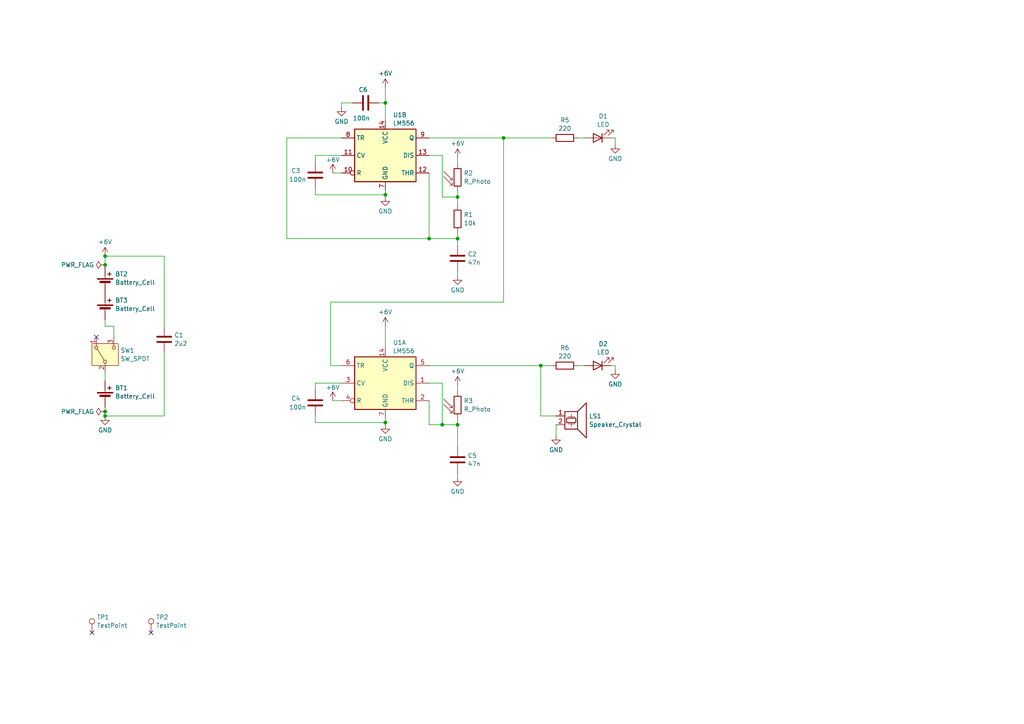
<source format=kicad_sch>
(kicad_sch (version 20230121) (generator eeschema)
  (paper "A4")
  (title_block (title "Enderman / Atari Punk Console / Theremin") (date "2025-03-05") (rev "0.2") (company "Reywas Engineering"))
  (lib_symbols
    (symbol "Connector:TestPoint" (pin_numbers hide) (pin_names (offset 0.762) hide)
      (property "Reference" "TP" (at 0 6.858 0))
      (property "Value" "TestPoint" (at 0 5.08 0))
      (symbol "TestPoint_0_1"
        (circle (center 0 3.302) (radius 0.762))
      )
      (symbol "TestPoint_1_1"
        (pin passive line (at 0 0 90) (length 2.54) (name "1") (number "1"))
      )
    )
    (symbol "Device:Battery_Cell" (pin_numbers hide) (pin_names (offset 0) hide)
      (property "Reference" "BT" (at 2.54 2.54 0))
      (property "Value" "Battery_Cell" (at 2.54 0 0))
      (symbol "Battery_Cell_0_1"
        (rectangle (start -2.286 1.778) (end 2.286 1.524) (fill (type outline)))
        (rectangle (start -1.524 1.016) (end 1.524 0.508) (fill (type outline)))
        (polyline (pts (xy 0 0.762) (xy 0 0)))
        (polyline (pts (xy 0 1.778) (xy 0 2.54)))
        (polyline (pts (xy 0.762 3.048) (xy 1.778 3.048)) (stroke (width 0.254)))
        (polyline (pts (xy 1.27 3.556) (xy 1.27 2.54)) (stroke (width 0.254)))
      )
      (symbol "Battery_Cell_1_1"
        (pin passive line (at 0 5.08 270) (length 2.54) (name "+") (number "1"))
        (pin passive line (at 0 -2.54 90) (length 2.54) (name "-") (number "2"))
      )
    )
    (symbol "Device:C" (pin_numbers hide) (pin_names (offset 0.254))
      (property "Reference" "C" (at 0.635 2.54 0))
      (property "Value" "C" (at 0.635 -2.54 0))
      (symbol "C_0_1"
        (polyline (pts (xy -2.032 -0.762) (xy 2.032 -0.762)) (stroke (width 0.508)))
        (polyline (pts (xy -2.032 0.762) (xy 2.032 0.762)) (stroke (width 0.508)))
      )
      (symbol "C_1_1"
        (pin passive line (at 0 3.81 270) (length 2.794) (name "~") (number "1"))
        (pin passive line (at 0 -3.81 90) (length 2.794) (name "~") (number "2"))
      )
    )
    (symbol "Device:LED" (pin_numbers hide) (pin_names (offset 1.016) hide)
      (property "Reference" "D" (at 0 2.54 0))
      (property "Value" "LED" (at 0 -2.54 0))
      (symbol "LED_0_1"
        (polyline (pts (xy -1.27 -1.27) (xy -1.27 1.27)) (stroke (width 0.254)))
        (polyline (pts (xy -1.27 0) (xy 1.27 0)))
        (polyline (pts (xy 1.27 -1.27) (xy 1.27 1.27) (xy -1.27 0) (xy 1.27 -1.27)) (stroke (width 0.254)))
        (polyline (pts (xy -3.048 -0.762) (xy -4.572 -2.286) (xy -3.81 -2.286) (xy -4.572 -2.286) (xy -4.572 -1.524)))
        (polyline (pts (xy -1.778 -0.762) (xy -3.302 -2.286) (xy -2.54 -2.286) (xy -3.302 -2.286) (xy -3.302 -1.524)))
      )
      (symbol "LED_1_1"
        (pin passive line (at -3.81 0 0) (length 2.54) (name "K") (number "1"))
        (pin passive line (at 3.81 0 180) (length 2.54) (name "A") (number "2"))
      )
    )
    (symbol "Device:R" (pin_numbers hide) (pin_names (offset 0))
      (property "Reference" "R" (at 2.032 0 90))
      (property "Value" "R" (at 0 0 90))
      (symbol "R_0_1"
        (rectangle (start -1.016 -2.54) (end 1.016 2.54) (stroke (width 0.254)))
      )
      (symbol "R_1_1"
        (pin passive line (at 0 3.81 270) (length 1.27) (name "~") (number "1"))
        (pin passive line (at 0 -3.81 90) (length 1.27) (name "~") (number "2"))
      )
    )
    (symbol "Device:R_Photo" (pin_numbers hide) (pin_names (offset 0))
      (property "Reference" "R" (at 1.27 1.27 0))
      (property "Value" "R_Photo" (at 1.27 0 0))
      (symbol "R_Photo_0_1"
        (rectangle (start -1.016 2.54) (end 1.016 -2.54) (stroke (width 0.254)))
        (polyline (pts (xy -1.524 -2.286) (xy -4.064 0.254)))
        (polyline (pts (xy -1.524 -2.286) (xy -2.286 -2.286)))
        (polyline (pts (xy -1.524 -2.286) (xy -1.524 -1.524)))
        (polyline (pts (xy -1.524 -0.762) (xy -4.064 1.778)))
        (polyline (pts (xy -1.524 -0.762) (xy -2.286 -0.762)))
        (polyline (pts (xy -1.524 -0.762) (xy -1.524 0)))
      )
      (symbol "R_Photo_1_1"
        (pin passive line (at 0 3.81 270) (length 1.27) (name "~") (number "1"))
        (pin passive line (at 0 -3.81 90) (length 1.27) (name "~") (number "2"))
      )
    )
    (symbol "Device:Speaker_Crystal" (pin_names (offset 0) hide)
      (property "Reference" "LS" (at 0.635 5.715 0))
      (property "Value" "Speaker_Crystal" (at 0.635 3.81 0))
      (symbol "Speaker_Crystal_0_0"
        (rectangle (start -2.54 1.27) (end 1.143 -3.81) (stroke (width 0.254)))
        (rectangle (start -2.032 -0.635) (end 0.635 -1.905) (stroke (width 0.254)))
        (polyline (pts (xy -1.651 -2.286) (xy 0.381 -2.286)))
        (polyline (pts (xy -1.651 -0.254) (xy 0.381 -0.254)))
        (polyline (pts (xy -0.635 -2.286) (xy -0.635 -3.048)))
        (polyline (pts (xy -0.635 -0.254) (xy -0.635 0.508)))
        (polyline (pts (xy 1.143 1.27) (xy 3.683 3.81) (xy 3.683 -6.35) (xy 1.143 -3.81)) (stroke (width 0.254)))
      )
      (symbol "Speaker_Crystal_1_1"
        (pin input line (at -5.08 0 0) (length 2.54) (name "1") (number "1"))
        (pin input line (at -5.08 -2.54 0) (length 2.54) (name "2") (number "2"))
      )
    )
    (symbol "Switch:SW_SPDT" (pin_names (offset 0) hide)
      (property "Reference" "SW" (at 0 5.08 0))
      (property "Value" "SW_SPDT" (at 0 -5.08 0))
      (symbol "SW_SPDT_0_1"
        (circle (center -2.032 0) (radius 0.4572))
        (polyline (pts (xy -1.651 0.254) (xy 1.651 2.286)))
        (circle (center 2.032 -2.54) (radius 0.4572))
        (circle (center 2.032 2.54) (radius 0.4572))
      )
      (symbol "SW_SPDT_1_1"
        (rectangle (start -3.175 3.81) (end 3.175 -3.81) (fill (type background)))
        (pin passive line (at 5.08 2.54 180) (length 2.54) (name "A") (number "1"))
        (pin passive line (at -5.08 0 0) (length 2.54) (name "B") (number "2"))
        (pin passive line (at 5.08 -2.54 180) (length 2.54) (name "C") (number "3"))
      )
    )
    (symbol "Timer:LM556"
      (property "Reference" "U" (at -10.16 8.89 0))
      (property "Value" "LM556" (at -10.16 -8.89 0))
      (symbol "LM556_0_0"
        (pin power_in line (at 0 10.16 270) (length 2.54) (name "VCC") (number "14"))
        (pin power_in line (at 0 -10.16 90) (length 2.54) (name "GND") (number "7"))
      )
      (symbol "LM556_0_1"
        (rectangle (start -8.89 -7.62) (end 8.89 7.62) (stroke (width 0.254)) (fill (type background)))
        (rectangle (start -8.89 -7.62) (end 8.89 7.62) (stroke (width 0.254)) (fill (type background)))
      )
      (symbol "LM556_1_1"
        (pin input line (at 12.7 0 180) (length 3.81) (name "DIS") (number "1"))
        (pin input line (at 12.7 -5.08 180) (length 3.81) (name "THR") (number "2"))
        (pin input line (at -12.7 0 0) (length 3.81) (name "CV") (number "3"))
        (pin input inverted (at -12.7 -5.08 0) (length 3.81) (name "R") (number "4"))
        (pin output line (at 12.7 5.08 180) (length 3.81) (name "Q") (number "5"))
        (pin input line (at -12.7 5.08 0) (length 3.81) (name "TR") (number "6"))
      )
      (symbol "LM556_2_1"
        (pin input inverted (at -12.7 -5.08 0) (length 3.81) (name "R") (number "10"))
        (pin input line (at -12.7 0 0) (length 3.81) (name "CV") (number "11"))
        (pin input line (at 12.7 -5.08 180) (length 3.81) (name "THR") (number "12"))
        (pin input line (at 12.7 0 180) (length 3.81) (name "DIS") (number "13"))
        (pin input line (at -12.7 5.08 0) (length 3.81) (name "TR") (number "8"))
        (pin output line (at 12.7 5.08 180) (length 3.81) (name "Q") (number "9"))
      )
    )
    (symbol "power:+6V" (power) (pin_names (offset 0))
      (property "Value" "+6V" (at 0 3.556 0))
      (symbol "+6V_0_1"
        (polyline (pts (xy -0.762 1.27) (xy 0 2.54)))
        (polyline (pts (xy 0 0) (xy 0 2.54)))
        (polyline (pts (xy 0 2.54) (xy 0.762 1.27)))
      )
      (symbol "+6V_1_1"
        (pin power_in line (at 0 0 90) (length 0) hide (name "+6V") (number "1"))
      )
    )
    (symbol "power:GND" (power) (pin_names (offset 0))
      (property "Value" "GND" (at 0 -3.81 0))
      (symbol "GND_0_1"
        (polyline (pts (xy 0 0) (xy 0 -1.27) (xy 1.27 -1.27) (xy 0 -2.54) (xy -1.27 -1.27) (xy 0 -1.27)))
      )
      (symbol "GND_1_1"
        (pin power_in line (at 0 0 270) (length 0) hide (name "GND") (number "1"))
      )
    )
    (symbol "power:PWR_FLAG" (power) (pin_numbers hide) (pin_names (offset 0) hide)
      (property "Value" "PWR_FLAG" (at 0 3.81 0))
      (symbol "PWR_FLAG_0_0"
        (pin power_out line (at 0 0 90) (length 0) (name "pwr") (number "1"))
      )
      (symbol "PWR_FLAG_0_1"
        (polyline (pts (xy 0 0) (xy 0 1.27) (xy -1.016 1.905) (xy 0 2.54) (xy 1.016 1.905) (xy 0 1.27)))
      )
    )
  )
  (junction (at 30.48 119.38))
  (junction (at 111.76 122.555))
  (junction (at 128.27 123.19))
  (junction (at 111.76 29.845))
  (junction (at 132.715 69.215))
  (junction (at 124.46 69.215))
  (junction (at 30.48 120.65))
  (junction (at 30.48 76.835))
  (junction (at 132.715 123.19))
  (junction (at 156.845 106.045))
  (junction (at 132.715 57.15))
  (junction (at 30.48 74.295))
  (junction (at 111.76 56.515))
  (junction (at 146.05 40.005))
  (no_connect (at 26.67 183.515))
  (no_connect (at 43.815 183.515))
  (no_connect (at 27.94 97.79))
  (wire (pts (xy 30.48 118.11) (xy 30.48 119.38)))
  (wire (pts (xy 91.44 54.61) (xy 91.44 56.515)))
  (wire (pts (xy 128.27 45.085) (xy 128.27 57.15)))
  (wire (pts (xy 111.76 25.4) (xy 111.76 29.845)))
  (wire (pts (xy 109.855 29.845) (xy 111.76 29.845)))
  (wire (pts (xy 132.715 57.15) (xy 132.715 55.245)))
  (wire (pts (xy 91.44 56.515) (xy 111.76 56.515)))
  (wire (pts (xy 132.715 57.15) (xy 132.715 59.69)))
  (wire (pts (xy 132.715 69.215) (xy 132.715 71.12)))
  (wire (pts (xy 128.27 57.15) (xy 132.715 57.15)))
  (wire (pts (xy 132.715 78.74) (xy 132.715 80.01)))
  (wire (pts (xy 167.64 106.045) (xy 169.545 106.045)))
  (wire (pts (xy 177.165 106.045) (xy 178.435 106.045)))
  (wire (pts (xy 132.715 123.19) (xy 132.715 121.285)))
  (wire (pts (xy 111.76 121.285) (xy 111.76 122.555)))
  (wire (pts (xy 47.625 120.65) (xy 30.48 120.65)))
  (wire (pts (xy 128.27 111.125) (xy 128.27 123.19)))
  (wire (pts (xy 146.05 87.63) (xy 146.05 40.005)))
  (wire (pts (xy 132.715 137.16) (xy 132.715 138.43)))
  (wire (pts (xy 91.44 46.99) (xy 91.44 45.085)))
  (wire (pts (xy 156.845 106.045) (xy 160.02 106.045)))
  (wire (pts (xy 111.76 55.245) (xy 111.76 56.515)))
  (wire (pts (xy 156.845 106.045) (xy 156.845 120.65)))
  (wire (pts (xy 99.06 40.005) (xy 83.185 40.005)))
  (wire (pts (xy 111.76 56.515) (xy 111.76 57.15)))
  (wire (pts (xy 30.48 107.95) (xy 30.48 110.49)))
  (wire (pts (xy 132.715 123.19) (xy 132.715 129.54)))
  (wire (pts (xy 124.46 69.215) (xy 132.715 69.215)))
  (wire (pts (xy 132.715 45.72) (xy 132.715 47.625)))
  (wire (pts (xy 91.44 120.65) (xy 91.44 122.555)))
  (wire (pts (xy 111.76 94.615) (xy 111.76 100.965)))
  (wire (pts (xy 124.46 45.085) (xy 128.27 45.085)))
  (wire (pts (xy 132.715 67.31) (xy 132.715 69.215)))
  (wire (pts (xy 33.02 94.615) (xy 30.48 94.615)))
  (wire (pts (xy 99.06 29.845) (xy 102.235 29.845)))
  (wire (pts (xy 178.435 40.005) (xy 177.165 40.005)))
  (wire (pts (xy 111.76 122.555) (xy 111.76 123.19)))
  (wire (pts (xy 156.845 120.65) (xy 161.29 120.65)))
  (wire (pts (xy 167.64 40.005) (xy 169.545 40.005)))
  (wire (pts (xy 47.625 102.235) (xy 47.625 120.65)))
  (wire (pts (xy 96.52 50.165) (xy 99.06 50.165)))
  (wire (pts (xy 95.885 87.63) (xy 146.05 87.63)))
  (wire (pts (xy 124.46 106.045) (xy 156.845 106.045)))
  (wire (pts (xy 83.185 40.005) (xy 83.185 69.215)))
  (wire (pts (xy 91.44 111.125) (xy 99.06 111.125)))
  (wire (pts (xy 99.06 31.115) (xy 99.06 29.845)))
  (wire (pts (xy 161.29 123.19) (xy 161.29 126.365)))
  (wire (pts (xy 178.435 40.005) (xy 178.435 41.91)))
  (wire (pts (xy 30.48 76.835) (xy 30.48 74.295)))
  (wire (pts (xy 30.48 119.38) (xy 30.48 120.65)))
  (wire (pts (xy 124.46 123.19) (xy 128.27 123.19)))
  (wire (pts (xy 128.27 123.19) (xy 132.715 123.19)))
  (wire (pts (xy 96.52 116.205) (xy 99.06 116.205)))
  (wire (pts (xy 91.44 122.555) (xy 111.76 122.555)))
  (wire (pts (xy 47.625 74.295) (xy 47.625 94.615)))
  (wire (pts (xy 146.05 40.005) (xy 160.02 40.005)))
  (wire (pts (xy 124.46 116.205) (xy 124.46 123.19)))
  (wire (pts (xy 124.46 40.005) (xy 146.05 40.005)))
  (wire (pts (xy 178.435 106.045) (xy 178.435 107.315)))
  (wire (pts (xy 91.44 113.03) (xy 91.44 111.125)))
  (wire (pts (xy 111.76 29.845) (xy 111.76 34.925)))
  (wire (pts (xy 91.44 45.085) (xy 99.06 45.085)))
  (wire (pts (xy 95.885 106.045) (xy 95.885 87.63)))
  (wire (pts (xy 30.48 74.295) (xy 47.625 74.295)))
  (wire (pts (xy 83.185 69.215) (xy 124.46 69.215)))
  (wire (pts (xy 33.02 97.79) (xy 33.02 94.615)))
  (wire (pts (xy 30.48 76.835) (xy 30.48 77.47)))
  (wire (pts (xy 124.46 50.165) (xy 124.46 69.215)))
  (wire (pts (xy 132.715 111.76) (xy 132.715 113.665)))
  (wire (pts (xy 30.48 94.615) (xy 30.48 92.71)))
  (wire (pts (xy 124.46 111.125) (xy 128.27 111.125)))
  (wire (pts (xy 99.06 106.045) (xy 95.885 106.045)))
  (symbol (lib_id "power:PWR_FLAG") (at 30.48 76.835 90) (unit 1)
    (property "Reference" "#FLG01" (effects hide))
    (property "Value" "PWR_FLAG" (at 27.3051 76.835 90) (effects (justify left)))
  )
  (symbol (lib_id "power:+6V") (at 132.715 45.72 0) (unit 1)
    (property "Reference" "#PWR06" (effects hide))
    (property "Value" "+6V" (at 132.715 41.5869 0))
  )
  (symbol (lib_id "Device:LED") (at 173.355 40.005 180) (unit 1)
    (property "Reference" "D1" (at 174.9425 33.7017 0))
    (property "Value" "LED" (at 174.9425 36.1259 0))
    (property "Footprint" "LED_SMD:LED_0805_2012Metric" (effects hide))
    (property "Digikey" "1497-XZFRS54FVF-1CT-ND" (effects hide))
    (property "LCSC" "C7371915" (effects hide))
  )
  (symbol (lib_id "Device:LED") (at 173.355 106.045 180) (unit 1)
    (property "Reference" "D2" (at 174.9425 99.7417 0))
    (property "Value" "LED" (at 174.9425 102.1659 0))
    (property "Footprint" "LED_SMD:LED_0805_2012Metric" (effects hide))
    (property "Digikey" "1497-XZFRS54FVF-1CT-ND" (effects hide))
    (property "LCSC" "C7371915" (effects hide))
  )
  (symbol (lib_id "Device:Battery_Cell") (at 30.48 82.55 0) (unit 1)
    (property "Reference" "BT2" (at 33.401 79.4964 0) (effects (justify left)))
    (property "Value" "Battery_Cell" (at 33.401 81.9206 0) (effects (justify left)))
    (property "Footprint" "Library:BatteryHolder_Keystone_2996" (effects hide))
    (property "Datasheet" "https://www.keyelco.com/userAssets/file/M65p7.pdf" (effects hide))
    (property "Digikey" "36-2996-ND" (effects hide))
  )
  (symbol (lib_id "Timer:LM556") (at 111.76 45.085 0) (unit 2)
    (property "Reference" "U1" (at 113.9541 33.3207 0) (effects (justify left)))
    (property "Value" "LM556" (at 113.9541 35.7449 0) (effects (justify left)))
    (property "Footprint" "Package_SO:SOIC-14_3.9x8.7mm_P1.27mm" (effects hide))
    (property "Datasheet" "http://www.ti.com/lit/ds/symlink/lm556.pdf" (effects hide))
    (property "Digikey" "296-1338-1-ND" (effects hide))
    (property "LCSC" "C18164404" (effects hide))
  )
  (symbol (lib_id "power:+6V") (at 111.76 94.615 0) (unit 1)
    (property "Reference" "#PWR09" (effects hide))
    (property "Value" "+6V" (at 111.76 90.4819 0))
  )
  (symbol (lib_id "power:+6V") (at 30.48 74.295 0) (unit 1)
    (property "Reference" "#PWR01" (effects hide))
    (property "Value" "+6V" (at 30.48 70.1619 0))
  )
  (symbol (lib_id "power:GND") (at 132.715 80.01 0) (unit 1)
    (property "Reference" "#PWR07" (effects hide))
    (property "Value" "GND" (at 132.715 84.1431 0))
  )
  (symbol (lib_id "power:GND") (at 111.76 123.19 0) (unit 1)
    (property "Reference" "#PWR010" (effects hide))
    (property "Value" "GND" (at 111.76 127.3231 0))
  )
  (symbol (lib_id "power:+6V") (at 96.52 50.165 0) (unit 1)
    (property "Reference" "#PWR04" (effects hide))
    (property "Value" "+6V" (at 96.52 46.355 0))
  )
  (symbol (lib_id "Device:R") (at 163.83 106.045 90) (unit 1)
    (property "Reference" "R6" (at 163.83 100.8847 90))
    (property "Value" "220" (at 163.83 103.3089 90))
    (property "Footprint" "Resistor_SMD:R_0603_1608Metric" (effects hide))
    (property "LCSC" "C22962" (effects hide))
  )
  (symbol (lib_id "power:GND") (at 30.48 120.65 0) (unit 1)
    (property "Reference" "#PWR02" (effects hide))
    (property "Value" "GND" (at 30.48 124.7831 0))
  )
  (symbol (lib_id "Device:C") (at 106.045 29.845 90) (unit 1)
    (property "Reference" "C6" (at 106.68 26.035 90) (effects (justify left)))
    (property "Value" "100n" (at 107.315 34.29 90) (effects (justify left)))
    (property "Footprint" "Capacitor_SMD:C_0603_1608Metric" (effects hide))
    (property "LCSC" "C14663" (effects hide))
  )
  (symbol (lib_id "Switch:SW_SPDT") (at 30.48 102.87 90) (unit 1)
    (property "Reference" "SW1" (at 34.925 101.6579 90) (effects (justify right)))
    (property "Value" "SW_SPDT" (at 34.925 104.0821 90) (effects (justify right)))
    (property "Footprint" "Button_Switch_SMD:SW_SPDT_PCM12" (effects hide))
    (property "Datasheet" "https://www.we-online.com/components/products/datasheet/450404015514.pdf" (effects hide))
    (property "Digikey" "732-13665-1-ND" (effects hide))
  )
  (symbol (lib_id "Connector:TestPoint") (at 26.67 183.515 0) (unit 1)
    (property "Reference" "TP1" (at 28.067 179.0009 0) (effects (justify left)))
    (property "Value" "TestPoint" (at 28.067 181.4251 0) (effects (justify left)))
    (property "Footprint" "TestPoint:TestPoint_Pad_2.0x2.0mm" (effects hide))
  )
  (symbol (lib_id "Device:R_Photo") (at 132.715 51.435 0) (unit 1)
    (property "Reference" "R2" (at 134.493 50.2229 0) (effects (justify left)))
    (property "Value" "R_Photo" (at 134.493 52.6471 0) (effects (justify left)))
    (property "Footprint" "Library:SMD2.4x3.6" (effects hide))
    (property "Datasheet" "https://wmsc.lcsc.com/wmsc/upload/file/pdf/v2/lcsc/2110142030_JCHL-Shenzhen-Jing-Chuang-He-Li-Tech-GT36528_C2904881.pdf" (effects hide))
    (property "LCSC" "C2904881" (effects hide))
  )
  (symbol (lib_id "Device:R") (at 132.715 63.5 0) (unit 1)
    (property "Reference" "R1" (at 134.493 62.2879 0) (effects (justify left)))
    (property "Value" "10k" (at 134.493 64.7121 0) (effects (justify left)))
    (property "Footprint" "Resistor_SMD:R_0603_1608Metric" (effects hide))
    (property "LCSC" "C25804" (effects hide))
  )
  (symbol (lib_id "power:+6V") (at 111.76 25.4 0) (unit 1)
    (property "Reference" "#PWR03" (effects hide))
    (property "Value" "+6V" (at 111.76 21.2669 0))
  )
  (symbol (lib_id "Device:Battery_Cell") (at 30.48 90.17 0) (unit 1)
    (property "Reference" "BT3" (at 33.401 87.1164 0) (effects (justify left)))
    (property "Value" "Battery_Cell" (at 33.401 89.5406 0) (effects (justify left)))
    (property "Footprint" "Library:BatteryHolder_Keystone_2996" (effects hide))
    (property "Digikey" "36-2996-ND" (effects hide))
  )
  (symbol (lib_id "Timer:LM556") (at 111.76 111.125 0) (unit 1)
    (property "Reference" "U1" (at 113.9541 99.3607 0) (effects (justify left)))
    (property "Value" "LM556" (at 113.9541 101.7849 0) (effects (justify left)))
    (property "Footprint" "Package_SO:SOIC-14_3.9x8.7mm_P1.27mm" (effects hide))
    (property "Datasheet" "http://www.ti.com/lit/ds/symlink/lm556.pdf" (effects hide))
    (property "Digikey" "296-1338-1-ND" (effects hide))
    (property "LCSC" "C18164404" (effects hide))
  )
  (symbol (lib_id "Device:Battery_Cell") (at 30.48 115.57 0) (unit 1)
    (property "Reference" "BT1" (at 33.401 112.5164 0) (effects (justify left)))
    (property "Value" "Battery_Cell" (at 33.401 114.9406 0) (effects (justify left)))
    (property "Footprint" "Library:BatteryHolder_Keystone_2996" (effects hide))
    (property "Datasheet" "https://www.keyelco.com/userAssets/file/M65p7.pdf" (effects hide))
    (property "Digikey" "36-2996-ND" (effects hide))
  )
  (symbol (lib_id "power:PWR_FLAG") (at 30.48 119.38 90) (unit 1)
    (property "Reference" "#FLG02" (effects hide))
    (property "Value" "PWR_FLAG" (at 27.3051 119.38 90) (effects (justify left)))
  )
  (symbol (lib_id "power:GND") (at 178.435 107.315 0) (unit 1)
    (property "Reference" "#PWR013" (effects hide))
    (property "Value" "GND" (at 178.435 111.4481 0))
  )
  (symbol (lib_id "power:GND") (at 99.06 31.115 0) (unit 1)
    (property "Reference" "#PWR025" (effects hide))
    (property "Value" "GND" (at 99.06 35.2481 0))
  )
  (symbol (lib_id "Device:R") (at 163.83 40.005 90) (unit 1)
    (property "Reference" "R5" (at 163.83 34.8447 90))
    (property "Value" "220" (at 163.83 37.2689 90))
    (property "Footprint" "Resistor_SMD:R_0603_1608Metric" (effects hide))
    (property "LCSC" "C22962" (effects hide))
  )
  (symbol (lib_id "Device:C") (at 91.44 50.8 0) (unit 1)
    (property "Reference" "C3" (at 84.455 49.53 0) (effects (justify left)))
    (property "Value" "100n" (at 83.82 52.07 0) (effects (justify left)))
    (property "Footprint" "Capacitor_SMD:C_0603_1608Metric" (effects hide))
    (property "LCSC" "C14663" (effects hide))
  )
  (symbol (lib_id "power:+6V") (at 96.52 116.205 0) (unit 1)
    (property "Reference" "#PWR08" (effects hide))
    (property "Value" "+6V" (at 96.52 112.395 0))
  )
  (symbol (lib_id "Device:Speaker_Crystal") (at 166.37 120.65 0) (unit 1)
    (property "Reference" "LS1" (at 170.815 120.7079 0) (effects (justify left)))
    (property "Value" "Speaker_Crystal" (at 170.815 123.1321 0) (effects (justify left)))
    (property "Footprint" "Library:Piezo PKMCS0909E4000-R1" (effects hide))
    (property "Datasheet" "https://www.murata.com/~/media/webrenewal/products/sound/sounder/vppt-buzj083-d.ashx" (effects hide))
    (property "Digikey" "490-9647-1-ND" (effects hide))
  )
  (symbol (lib_id "Device:C") (at 91.44 116.84 0) (unit 1)
    (property "Reference" "C4" (at 84.455 115.57 0) (effects (justify left)))
    (property "Value" "100n" (at 83.82 118.11 0) (effects (justify left)))
    (property "Footprint" "Capacitor_SMD:C_0603_1608Metric" (effects hide))
    (property "LCSC" "C14663" (effects hide))
  )
  (symbol (lib_id "Device:R_Photo") (at 132.715 117.475 0) (unit 1)
    (property "Reference" "R3" (at 134.493 116.2629 0) (effects (justify left)))
    (property "Value" "R_Photo" (at 134.493 118.6871 0) (effects (justify left)))
    (property "Footprint" "Library:SMD2.4x3.6" (effects hide))
    (property "Datasheet" "https://wmsc.lcsc.com/wmsc/upload/file/pdf/v2/lcsc/2110142030_JCHL-Shenzhen-Jing-Chuang-He-Li-Tech-GT36528_C2904881.pdf" (effects hide))
    (property "LCSC" "C2904881" (effects hide))
  )
  (symbol (lib_id "Connector:TestPoint") (at 43.815 183.515 0) (unit 1)
    (property "Reference" "TP2" (at 45.212 179.0009 0) (effects (justify left)))
    (property "Value" "TestPoint" (at 45.212 181.4251 0) (effects (justify left)))
    (property "Footprint" "TestPoint:TestPoint_Pad_2.0x2.0mm" (effects hide))
  )
  (symbol (lib_id "Device:C") (at 132.715 74.93 0) (unit 1)
    (property "Reference" "C2" (at 135.636 73.7179 0) (effects (justify left)))
    (property "Value" "47n" (at 135.636 76.1421 0) (effects (justify left)))
    (property "Footprint" "Capacitor_SMD:C_0603_1608Metric" (effects hide))
    (property "LCSC" "C1622" (effects hide))
  )
  (symbol (lib_id "Device:C") (at 47.625 98.425 0) (unit 1)
    (property "Reference" "C1" (at 50.546 97.2129 0) (effects (justify left)))
    (property "Value" "2u2" (at 50.546 99.6371 0) (effects (justify left)))
    (property "Footprint" "Capacitor_SMD:C_0603_1608Metric" (effects hide))
  )
  (symbol (lib_id "power:GND") (at 161.29 126.365 0) (unit 1)
    (property "Reference" "#PWR028" (effects hide))
    (property "Value" "GND" (at 161.29 130.4981 0))
  )
  (symbol (lib_id "power:GND") (at 111.76 57.15 0) (unit 1)
    (property "Reference" "#PWR05" (effects hide))
    (property "Value" "GND" (at 111.76 61.2831 0))
  )
  (symbol (lib_id "Device:C") (at 132.715 133.35 0) (unit 1)
    (property "Reference" "C5" (at 135.636 132.1379 0) (effects (justify left)))
    (property "Value" "47n" (at 135.636 134.5621 0) (effects (justify left)))
    (property "Footprint" "Capacitor_SMD:C_0603_1608Metric" (effects hide))
    (property "LCSC" "C1622" (effects hide))
  )
  (symbol (lib_id "power:GND") (at 178.435 41.91 0) (unit 1)
    (property "Reference" "#PWR017" (effects hide))
    (property "Value" "GND" (at 178.435 46.0431 0))
  )
  (symbol (lib_id "power:GND") (at 132.715 138.43 0) (unit 1)
    (property "Reference" "#PWR012" (effects hide))
    (property "Value" "GND" (at 132.715 142.5631 0))
  )
  (symbol (lib_id "power:+6V") (at 132.715 111.76 0) (unit 1)
    (property "Reference" "#PWR011" (effects hide))
    (property "Value" "+6V" (at 132.715 107.6269 0))
  )
)
</source>
